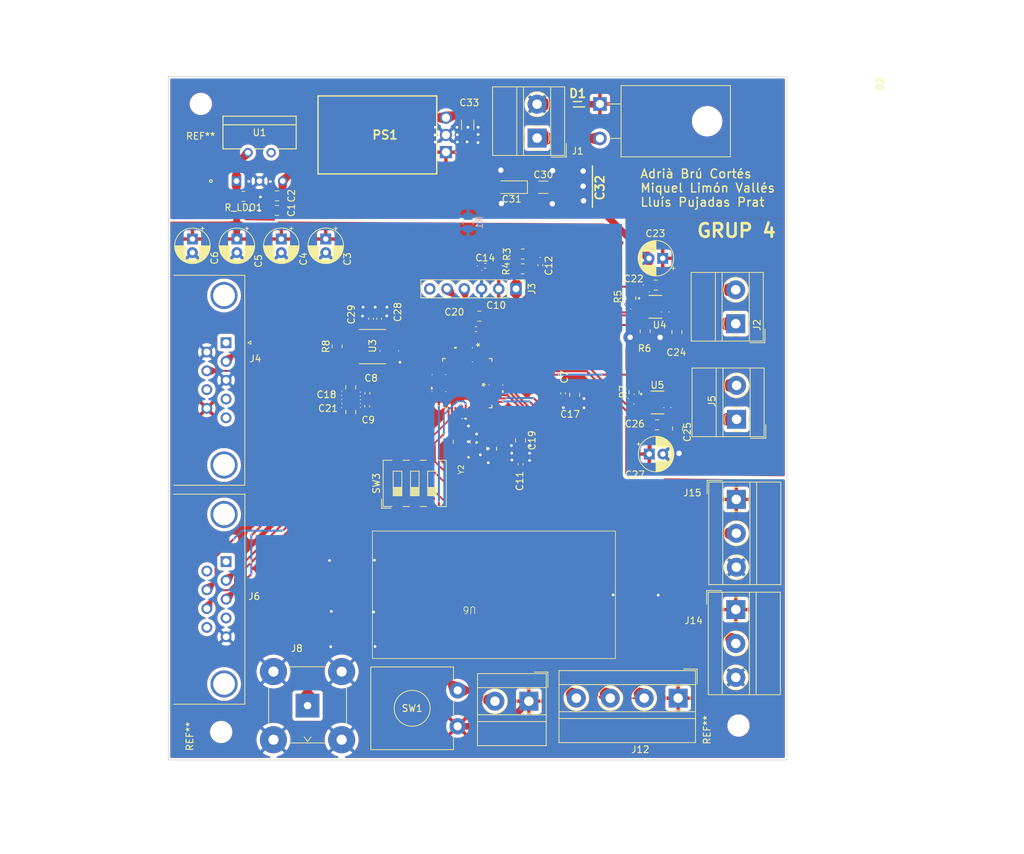
<source format=kicad_pcb>
(kicad_pcb (version 20221018) (generator pcbnew)
  (layers (0 "F.Cu" signal) (31 "B.Cu" signal) (34 "B.Paste" user) (35 "F.Paste" user) (36 "B.SilkS" user "B.Silkscreen") (37 "F.SilkS" user "F.Silkscreen") (38 "B.Mask" user) (39 "F.Mask" user) (44 "Edge.Cuts" user))
  (net 0 "")
  (net 1 "GND")
  (net 2 "/DIGITAL/MCLR_VDD")
  (net 3 "/DIGITAL/clk1i")
  (net 4 "+12V")
  (net 5 "GNDPWR")
  (net 6 "Net-(U4-V18)")
  (net 7 "Net-(U5-V18)")
  (net 8 "+3.3V")
  (net 9 "/DIGITAL/clk2i")
  (net 10 "WIN_OUT1")
  (net 11 "WIN_OUT2")
  (net 12 "{slash}MCLR")
  (net 13 "/PWR IN/pwin")
  (net 14 "PGEDx")
  (net 15 "PGECx")
  (net 18 "CAN_N")
  (net 21 "CAN_P")
  (net 23 "DOOR_OUT1")
  (net 24 "DOOR_OUT2")
  (net 26 "UART_RX")
  (net 27 "UART_TX")
  (net 30 "UART_CLK")
  (net 31 "{slash}UART_CTS")
  (net 33 "LOCK")
  (net 34 "WIN_SW1")
  (net 35 "WIN_SW2")
  (net 36 "WIN_SW3")
  (net 40 "FINAL_CARRERA_UP")
  (net 41 "FINAL_CARRERA_DOWN")
  (net 42 "Net-(U4-ILIM)")
  (net 43 "ISEN_WIN")
  (net 44 "Net-(U5-ILIM)")
  (net 45 "WIN_IN1")
  (net 46 "{slash}FAULT_WIN")
  (net 47 "/DIGITAL/RF_out")
  (net 48 "CAN_RX")
  (net 49 "CAN_TX")
  (net 50 "CAN_SHDN")
  (net 51 "CAN_STB")
  (net 52 "DOOR_IN2")
  (net 53 "DOOR_IN1")
  (net 54 "RFID_RST")
  (net 55 "RFID_OUT")
  (net 56 "RFID_IN")
  (net 57 "WIN_IN2")
  (net 58 "{slash}FAULT_DOOR")
  (net 67 "+5V")
  (footprint "Resistor_SMD:R_0805_2012Metric" (layer "F.Cu") (at 211.0211 103.231839 -90)
    (fp_text reference "R5")
    (fp_text value "100k")
  )
  (footprint "Capacitor_SMD:C_0805_2012Metric" (layer "F.Cu") (at 214.7061 101.289339 180)
    (fp_text reference "C22")
    (fp_text value "1u")
  )
  (footprint "Connector_Coaxial:BNC_TEConnectivity_1478035_Horizontal" (layer "F.Cu") (at 163.38 163.315 180)
    (fp_text reference "J8")
    (fp_text value "RFID_COAX")
  )
  (footprint "Capacitor_SMD:C_0805_2012Metric" (layer "F.Cu") (at 214.892688 121.904573)
    (fp_text reference "C26")
    (fp_text value "1u")
  )
  (footprint "kicad_models:OSC_ECS-3225SMV-080-GP-TR" (layer "F.Cu") (at 186.11 124.41 90)
    (fp_text reference "Y2")
    (fp_text value "ECS-3225SMV-080-GP-TR")
  )
  (footprint "kicad_models:P78032000RS" (layer "F.Cu") (at 183.775 81.69 180)
    (fp_text reference "PS1")
    (fp_text value "P7805-2000R-S" hide)
  )
  (footprint "kicad_models:CAPC7563X400N" (layer "F.Cu") (at 205.37 86.765 180)
    (fp_text reference "C32")
    (fp_text value "22u/50V" hide)
  )
  (footprint "TerminalBlock_MetzConnect:TerminalBlock_MetzConnect_Type011_RT05503HBWC_1x03_P5.00mm_Horizontal" (layer "F.Cu") (at 226.575 132.9 -90)
    (fp_text reference "J15")
    (fp_text value "FINAL_CARRERA_DOWN")
  )
  (footprint "Capacitor_SMD:C_0402_1005Metric" (layer "F.Cu") (at 172.75 106.25 90)
    (fp_text reference "C29")
    (fp_text value "1u")
  )
  (footprint "kicad_models:MAX22201ATC_" (layer "F.Cu") (at 214.962688 118.609573)
    (fp_text reference "U5")
    (fp_text value "MAX22201ATC+")
  )
  (footprint "Package_TO_SOT_THT:TO-220F-2_Horizontal_TabDown" (layer "F.Cu") (at 206.475 74.585 -90)
    (fp_text reference "D2")
    (fp_text value "BYV10MX-600PQ")
  )
  (footprint "TerminalBlock_MetzConnect:TerminalBlock_MetzConnect_Type011_RT05502HBWC_1x02_P5.00mm_Horizontal" (layer "F.Cu") (at 226.612688 121.084573 90)
    (fp_text reference "J5")
    (fp_text value "OUT_DOOR")
  )
  (footprint "TerminalBlock_MetzConnect:TerminalBlock_MetzConnect_Type011_RT05503HBWC_1x03_P5.00mm_Horizontal" (layer "F.Cu") (at 226.5 149.15 -90)
    (fp_text reference "J14")
    (fp_text value "FINAL_CARRERA_UP")
  )
  (footprint "Capacitor_SMD:C_0805_2012Metric" (layer "F.Cu") (at 217.8161 108.234339 -90)
    (fp_text reference "C24")
    (fp_text value "1u")
  )
  (footprint "Connector_Dsub:DSUB-9_Male_Horizontal_P2.77x2.84mm_EdgePinOffset4.94mm_Housed_MountingHolesOffset7.48mm" (layer "F.Cu") (at 151.37 109.785 -90)
    (fp_text reference "J4")
    (fp_text value "CAN")
  )
  (footprint "kicad_models:SODFL1608X65N" (layer "F.Cu") (at 203.17 74.625 180)
    (fp_text reference "D1")
    (fp_text value "DDZ9699T-7 " hide)
  )
  (footprint "Capacitor_SMD:C_0805_2012Metric" (layer "F.Cu") (at 169.75 116.375 -90)
    (fp_text reference "C18")
    (fp_text value "4.7u")
  )
  (footprint "Capacitor_SMD:C_0805_2012Metric" (layer "F.Cu") (at 169.75 120.025 90)
    (fp_text reference "C21")
    (fp_text value "4.7u")
  )
  (footprint "Capacitor_SMD:C_0805_2012Metric" (layer "F.Cu") (at 202.75 117.475 -90)
    (fp_text reference "C17")
    (fp_text value "4.7u")
  )
  (footprint "kicad_models:ASZKDV_ABR" (layer "F.Cu") (at 190.512 125.41)
    (fp_text reference "Y1" hide)
    (fp_text value "ASZKDV-32.768KHZ-L-T3" hide)
  )
  (footprint "Capacitor_SMD:C_0805_2012Metric" (layer "F.Cu") (at 217.922688 122.444573 -90)
    (fp_text reference "C25")
    (fp_text value "1u")
  )
  (footprint "Capacitor_Tantalum_SMD:CP_EIA-3216-18_Kemet-A" (layer "F.Cu") (at 193.475 86.855 180)
    (fp_text reference "C31")
    (fp_text value "1u")
  )
  (footprint "Capacitor_SMD:C_0805_2012Metric" (layer "F.Cu") (at 194.78 124.19 -90)
    (fp_text reference "C19")
    (fp_text value "4.7u")
  )
  (footprint "Capacitor_SMD:C_0402_1005Metric" (layer "F.Cu") (at 188.21 107.78)
    (fp_text reference "C10")
    (fp_text value "0.1u")
  )
  (footprint "TerminalBlock_MetzConnect:TerminalBlock_MetzConnect_Type011_RT05502HBWC_1x02_P5.00mm_Horizontal" (layer "F.Cu") (at 196 162.66 180)
    (fp_text reference "J10" hide)
    (fp_text value "DOOR_LCK")
  )
  (footprint "Capacitor_THT:CP_Radial_D5.0mm_P2.00mm" (layer "F.Cu") (at 146.41 94.5 -90)
    (fp_text reference "C6")
    (fp_text value "47u")
  )
  (footprint "Resistor_SMD:R_0805_2012Metric" (layer "F.Cu") (at 213.1461 108.094339 -90)
    (fp_text reference "R6")
    (fp_text value "33k")
  )
  (footprint "Connector_PinHeader_2.54mm:PinHeader_1x06_P2.54mm_Vertical" (layer "F.Cu") (at 194.1 101.85 -90)
    (fp_text reference "J3")
    (fp_text value "ICSP")
  )
  (footprint "TerminalBlock_MetzConnect:TerminalBlock_MetzConnect_Type011_RT05502HBWC_1x02_P5.00mm_Horizontal" (layer "F.Cu") (at 226.4861 106.989339 90)
    (fp_text reference "J2")
    (fp_text value "OUT_WIN")
  )
  (footprint "Capacitor_SMD:C_0805_2012Metric" (layer "F.Cu") (at 158.858979 90.281793 180)
    (fp_text reference "C1")
    (fp_text value "1u")
  )
  (footprint "Capacitor_SMD:C_1206_3216Metric" (layer "F.Cu") (at 186.975 77.65 -90)
    (fp_text reference "C33")
    (fp_text value "22u/10V")
  )
  (footprint "Resistor_SMD:R_0805_2012Metric" (layer "F.Cu") (at 195.09 98.9)
    (fp_text reference "R4")
    (fp_text value "1k")
  )
  (footprint "Capacitor_SMD:C_0402_1005Metric" (layer "F.Cu") (at 172.175 119.15 -90)
    (fp_text reference "C9")
    (fp_text value "0.1u")
  )
  (footprint "kicad_models:PIC32MK0256MCJ048-I-Y8X_MCH" (layer "F.Cu") (at 186.9173 115.759999 -90)
    (fp_text reference "U2" hide)
    (fp_text value "PIC32MK0256MCJ048-I/Y8X" hide)
  )
  (footprint "Resistor_SMD:R_0805_2012Metric" (layer "F.Cu") (at 211.502688 117.084573 -90)
    (fp_text reference "R7")
    (fp_text value "100k")
  )
  (footprint "Capacitor_SMD:C_0402_1005Metric" (layer "F.Cu") (at 197.68097 98.364329 90)
    (fp_text reference "C12")
    (fp_text value "0.1u")
  )
  (footprint "Connector_Dsub:DSUB-9_Male_Horizontal_P2.77x2.84mm_EdgePinOffset4.94mm_Housed_MountingHolesOffset7.48mm" (layer "F.Cu") (at 151.375331 142.08 -90)
    (fp_text reference "J6")
    (fp_text value "USART")
  )
  (footprint "Button_Switch_THT:SW_CW_GPTS203211B" (layer "F.Cu") (at 185.5 166.36 180)
    (fp_text reference "SW1")
    (fp_text value "DOOR_LCK")
  )
  (footprint "Capacitor_SMD:C_0402_1005Metric" (layer "F.Cu") (at 194.78 127.715 90)
    (fp_text reference "C11")
    (fp_text value "0.1u")
  )
  (footprint "Capacitor_SMD:C_0805_2012Metric" (layer "F.Cu") (at 188.69 105.87)
    (fp_text reference "C20")
    (fp_text value "4.7u")
  )
  (footprint "Resistor_SMD:R_0805_2012Metric_Pad1.20x1.40mm_HandSolder" (layer "F.Cu") (at 153.930379 88.206793 180)
    (fp_text reference "R_LDO1")
    (fp_text value "330" hide)
  )
  (footprint "Capacitor_SMD:C_0402_1005Metric" (layer "F.Cu") (at 189.56 98.44)
    (fp_text reference "C14")
    (fp_text value "100n")
  )
  (footprint "Button_Switch_SMD:SW_DIP_SPSTx03_Slide_6.7x9.18mm_W8.61mm_P2.54mm_LowProfile" (layer "F.Cu") (at 179.18 130.54 90)
    (fp_text reference "SW3")
    (fp_text value "WIN_SW")
  )
  (footprint "Capacitor_THT:CP_Radial_D5.0mm_P2.00mm" (layer "F.Cu") (at 159.51 94.5 -90)
    (fp_text reference "C4")
    (fp_text value "47u")
  )
  (footprint "MountingHole:MountingHole_3.2mm_M3" (layer "F.Cu") (at 150.65 167.2)
    (fp_text reference "REF**")
    (fp_text value "MountingHole_3.2mm_M3" hide)
  )
  (footprint "kicad_models:LT1528CT#PBF" (layer "F.Cu") (at 152.904286 85.947086)
    (fp_text reference "U1")
    (fp_text value "LT1528CT-PBF")
  )
  (footprint "Capacitor_SMD:C_0805_2012Metric" (layer "F.Cu") (at 158.883979 88.131793 180)
    (fp_text reference "C2")
    (fp_text value "100n" hide)
  )
  (footprint "MountingHole:MountingHole_3.2mm_M3" (layer "F.Cu") (at 226.9 166.25)
    (fp_text reference "REF**")
    (fp_text value "MountingHole_3.2mm_M3" hide)
  )
  (footprint "DLP-RFID2:DLP-RFID2" (layer "F.Cu") (at 190.79 147.83 180)
    (fp_text reference "U6")
    (fp_text value "~")
  )
  (footprint "Capacitor_THT:CP_Radial_D5.0mm_P2.00mm" (layer "F.Cu") (at 215.7261 97.339339 180)
    (fp_text reference "C23")
    (fp_text value "47u")
  )
  (footprint "Capacitor_SMD:C_1206_3216Metric" (layer "F.Cu") (at 198.14 86.865)
    (fp_text reference "C30")
    (fp_text value "10n")
  )
  (footprint "Resistor_SMD:R_0805_2012Metric" (layer "F.Cu") (at 167.75 110.3325 90)
    (fp_text reference "R8")
    (fp_text value "120")
  )
  (footprint "TerminalBlock_MetzConnect:TerminalBlock_MetzConnect_Type011_RT05504HBWC_1x04_P5.00mm_Horizontal" (layer "F.Cu") (at 218 162.21 180)
    (fp_text reference "J12")
    (fp_text value "WIN_SW")
  )
  (footprint "Capacitor_SMD:C_0402_1005Metric" (layer "F.Cu") (at 201.05 117.275 -90)
    (fp_text reference "C7")
    (fp_text value "0.1u")
  )
  (footprint "Capacitor_THT:CP_Radial_D5.0mm_P2.00mm" (layer "F.Cu") (at 152.96 94.5 -90)
    (fp_text reference "C5")
    (fp_text value "47u")
  )
  (footprint "TerminalBlock_MetzConnect:TerminalBlock_MetzConnect_Type011_RT05502HBWC_1x02_P5.00mm_Horizontal" (layer "F.Cu") (at 197.215 79.615 90)
    (fp_text reference "J1")
    (fp_text value "PowerIN")
  )
  (footprint "Capacitor_THT:CP_Radial_D5.0mm_P2.00mm" (layer "F.Cu") (at 166.06 94.5 -90)
    (fp_text reference "C3")
    (fp_text value "47u")
  )
  (footprint "MountingHole:MountingHole_3.2mm_M3" (layer "F.Cu") (at 147.65 74.575)
    (fp_text reference "REF**")
    (fp_text value "MountingHole_3.2mm_M3" hide)
  )
  (footprint "kicad_models:MAX22201ATC_" (layer "F.Cu") (at 214.6479 104.494339)
    (fp_text reference "U4")
    (fp_text value "MAX22201ATC+" hide)
  )
  (footprint "Resistor_SMD:R_0805_2012Metric" (layer "F.Cu") (at 195.09 96.71 180)
    (fp_text reference "R3")
    (fp_text value "10k")
  )
  (footprint "Capacitor_SMD:C_0402_1005Metric" (layer "F.Cu") (at 172.2 117.25 -90)
    (fp_text reference "C8")
    (fp_text value "0.1u")
  )
  (footprint "Capacitor_THT:CP_Radial_D5.0mm_P2.00mm" (layer "F.Cu") (at 213.742688 126.214573)
    (fp_text reference "C27")
    (fp_text value "47u")
  )
  (footprint "kicad_models:TCAN3413DR" (layer "F.Cu") (at 172.955 110.37 180)
    (fp_text reference "U3")
    (fp_text value "TCAN334D")
  )
  (footprint "Capacitor_SMD:C_0402_1005Metric" (layer "F.Cu") (at 173.925 106.25 -90)
    (fp_text reference "C28")
    (fp_text value "100n")
  )
  (footprint "Resistor_SMD:R_0805_2012Metric" (layer "B.Cu") (at 187.05 92.075 90)
    (fp_text reference "R1")
    (fp_text value "0")
  )
  (gr_rect (start 142.856819 70.533853) (end 234.021819 171.318853) (stroke (width 0.1)) (fill none) (layer "Edge.Cuts"))
  (gr_text "Adrià Brú Cortés\nMiquel Limón Vallés\nLluís Pujadas Prat" (at 212.325 89.825) (layer "F.SilkS") (effects (font (size 1.3 1.3) (thickness 0.2) bold) (justify left bottom)))
  (gr_text "GRUP 4" (at 220.575 94.425) (layer "F.SilkS") (effects (font (size 2 2) (thickness 0.4) bold) (justify left bottom)))
  (segment (start 187.667301 112.607301) (end 187.667301 111.581699) (width 0.3) (layer "F.Cu") (net 1))
  (segment (start 188.01 108.44) (end 187.67 108.78) (width 0.3) (layer "F.Cu") (net 1))
  (segment (start 166.62 141.91) (end 166.65 141.88) (width 0.3) (layer "F.Cu") (net 1))
  (segment (start 191.105601 116.02) (end 191.0956 116.009999) (width 0.3) (layer "F.Cu") (net 1))
  (segment (start 187.06 123.26) (end 188.3 123.26) (width 0.3) (layer "F.Cu") (net 1))
  (segment (start 181.74 114.51) (end 182.739 114.509999) (width 0.3) (layer "F.Cu") (net 1))
  (segment (start 176.805 111.005) (end 175.425 111.005) (width 0.5) (layer "F.Cu") (net 1))
  (segment (start 190.004 126.3117) (end 190.004 127.48095) (width 0.3) (layer "F.Cu") (net 1))
  (segment (start 187.67 112.61) (end 187.667301 112.607301) (width 0.3) (layer "F.Cu") (net 1))
  (segment (start 189.64 106.83) (end 188.69 107.78) (width 0.3) (layer "F.Cu") (net 1))
  (segment (start 187.06 124.362998) (end 187.06 123.26) (width 0.3) (layer "F.Cu") (net 1))
  (segment (start 187.08 124.382998) (end 187.06 124.362998) (width 0.3) (layer "F.Cu") (net 1))
  (segment (start 166.79 154.62) (end 166.83 154.58) (width 0.3) (layer "F.Cu") (net 1))
  (segment (start 182.739 117.009999) (end 183.74 117.01) (width 0.3) (layer "F.Cu") (net 1))
  (segment (start 191.0956 116.009999) (end 190.150001 116.009999) (width 0.3) (layer "F.Cu") (net 1))
  (segment (start 190.004 126.3117) (end 188.86735 126.3117) (width 0.3) (layer "F.Cu") (net 1))
  (segment (start 173.21 141.88) (end 169.99 141.88) (width 0.3) (layer "F.Cu") (net 1))
  (segment (start 173.23 141.86) (end 173.21 141.88) (width 0.3) (layer "F.Cu") (net 1))
  (segment (start 187.67 108.78) (end 187.67 110.53) (width 0.3) (layer "F.Cu") (net 1))
  (segment (start 173.33 154.59) (end 173.32 154.58) (width 0.3) (layer "F.Cu") (net 1))
  (segment (start 186.167299 120.977299) (end 186.17 120.98) (width 0.3) (layer "F.Cu") (net 1))
  (segment (start 189.08 98.44) (end 189.08 97.75) (width 0.3) (layer "F.Cu") (net 1))
  (segment (start 166.89 149.42) (end 166.97 149.5) (width 0.3) (layer "F.Cu") (net 1))
  (segment (start 214.99 146.96) (end 211.69 146.96) (width 0.3) (layer "F.Cu") (net 1))
  (segment (start 187.67 110.53) (end 187.667301 110.532699) (width 0.3) (layer "F.Cu") (net 1))
  (segment (start 166.83 154.58) (end 169.99 154.58) (width 0.3) (layer "F.Cu") (net 1))
  (segment (start 198.42847 97.884329) (end 197.68097 97.884329) (width 0.3) (layer "F.Cu") (net 1))
  (segment (start 188.69 107.826846) (end 188.076846 108.44) (width 0.3) (layer "F.Cu") (net 1))
  (segment (start 186.167299 119.938299) (end 186.167299 120.977299) (width 0.3) (layer "F.Cu") (net 1))
  (segment (start 188.42 98.44) (end 188.41 98.45) (width 0.3) (layer "F.Cu") (net 1))
  (segment (start 188.69 107.78) (end 188.69 107.826846) (width 0.3) (layer "F.Cu") (net 1))
  (segment (start 187.06 123.26) (end 187.06 122.11) (width 0.3) (layer "F.Cu") (net 1))
  (segment (start 166.65 141.88) (end 169.99 141.88) (width 0.3) (layer "F.Cu") (net 1))
  (segment (start 215.06 147.03) (end 214.99 146.96) (width 0.3) (layer "F.Cu") (net 1))
  (segment (start 166.97 149.5) (end 169.99 149.5) (width 0.3) (layer "F.Cu") (net 1))
  (segment (start 173.32 154.58) (end 169.99 154.58) (width 0.3) (layer "F.Cu") (net 1))
  (segment (start 189.08 98.44) (end 188.42 98.44) (width 0.3) (layer "F.Cu") (net 1))
  (segment (start 190.150001 116.009999) (end 190.14 116.02) (width 0.3) (layer "F.Cu") (net 1))
  (segment (start 187.06 122.11) (end 187.1 122.07) (width 0.3) (layer "F.Cu") (net 1))
  (segment (start 192.16 116.02) (end 191.105601 116.02) (width 0.3) (layer "F.Cu") (net 1))
  (segment (start 173.11 149.5) (end 169.99 149.5) (width 0.3) (layer "F.Cu") (net 1))
  (segment (start 208.44 146.96) (end 208.425 146.975) (width 0.3) (layer "F.Cu") (net 1))
  (segment (start 186.167299 119.217299) (end 185.95 119) (width 0.3) (layer "F.Cu") (net 1))
  (segment (start 190.004 127.48095) (end 190.01605 127.493) (width 0.3) (layer "F.Cu") (net 1))
  (segment (start 189.64 105.87) (end 189.64 106.83) (width 0.3) (layer "F.Cu") (net 1))
  (segment (start 182.739 117.009999) (end 181.71 117.01) (width 0.3) (layer "F.Cu") (net 1))
  (segment (start 190.004 125.42505) (end 190.01605 125.413) (width 0.3) (layer "F.Cu") (net 1))
  (segment (start 187.667301 110.532699) (end 187.667301 111.581699) (width 0.3) (layer "F.Cu") (net 1))
  (segment (start 186.167299 119.938299) (end 186.167299 119.217299) (width 0.3) (layer "F.Cu") (net 1))
  (segment (start 174.08 111.005) (end 175.425 111.005) (width 0.5) (layer "F.Cu") (net 1))
  (segment (start 211.69 146.96) (end 208.44 146.96) (width 0.3) (layer "F.Cu") (net 1))
  (segment (start 183.75 114.51) (end 182.739 114.509999) (width 0.3) (layer "F.Cu") (net 1))
  (segment (start 173.13 149.52) (end 173.11 149.5) (width 0.3) (layer "F.Cu") (net 1))
  (segment (start 197.68097 97.201829) (end 197.68097 97.884329) (width 0.3) (layer "F.Cu") (net 1))
  (segment (start 189.08 98.44) (end 189.08 99.13) (width 0.3) (layer "F.Cu") (net 1))
  (segment (start 188.076846 108.44) (end 188.01 108.44) (width 0.3) (layer "F.Cu") (net 1))
  (segment (start 190.004 126.3117) (end 190.004 125.42505) (width 0.3) (layer "F.Cu") (net 1))
  (via (at 188.3 123.26) (size 0.8) (drill 0.4) (layers "F.Cu" "B.Cu") (net 1))
  (via (at 171.575 104.55) (size 0.8) (drill 0.4) (layers "F.Cu" "B.Cu") (net 1))
  (via (at 190.01605 125.413) (size 0.8) (drill 0.4) (layers "F.Cu" "B.Cu") (net 1))
  (via (at 187.08 124.382998) (size 0.8) (drill 0.4) (layers "F.Cu" "B.Cu") (net 1))
  (via (at 174.08 111.005) (size 0.3) (drill 0.15) (layers "F.Cu" "B.Cu") (net 1))
  (via (at 190.14 116.02) (size 0.3) (drill 0.15) (layers "F.Cu" "B.Cu") (net 1))
  (via (at 175.05 105.825) (size 0.8) (drill 0.4) (layers "F.Cu" "B.Cu") (net 1))
  (via (at 187.1 122.07) (size 0.8) (drill 0.4) (layers "F.Cu" "B.Cu") (net 1))
  (via (at 171.175 118.175) (size 0.3) (drill 0.15) (layers "F.Cu" "B.Cu") (net 1))
  (via (at 181.74 114.51) (size 0.3) (drill 0.15) (layers "F.Cu" "B.Cu") (net 1))
  (via (at 173.35 104.55) (size 0.8) (drill 0.4) (layers "F.Cu" "B.Cu") (net 1))
  (via (at 183.75 114.51) (size 0.3) (drill 0.15) (layers "F.Cu" "B.Cu") (net 1))
  (via (at 193.5 127.08) (size 0.8) (drill 0.4) (layers "F.Cu" "B.Cu") (net 1))
  (via (at 176.805 111.005) (size 0.3) (drill 0.15) (layers "F.Cu" "B.Cu") (net 1))
  (via (at 189.08 97.75) (size 0.3) (drill 0.15) (layers "F.Cu" "B.Cu") (net 1))
  (via (at 166.62 141.91) (size 0.8) (drill 0.4) (layers "F.Cu" "B.Cu") (net 1))
  (via (at 168.45 118.775) (size 0.3) (drill 0.15) (layers "F.Cu" "B.Cu") (net 1))
  (via (at 204.125 118.025) (size 0.8) (drill 0.4) (layers "F.Cu" "B.Cu") (net 1))
  (via (at 187.67 110.53) (size 0.3) (drill 0.15) (layers "F.Cu" "B.Cu") (net 1))
  (via (at 208.425 146.975) (size 0.8) (drill 0.4) (layers "F.Cu" "B.Cu") (net 1))
  (via (at 188.84605 126.333) (size 0.8) (drill 0.4) (layers "F.Cu" "B.Cu") (net 1))
  (via (at 166.89 149.42) (size 0.8) (drill 0.4) (layers "F.Cu" "B.Cu") (net 1))
  (via (at 186.17 120.98) (size 0.3) (drill 0.15) (layers "F.Cu" "B.Cu") (net 1))
  (via (at 196.105 126.09) (size 0.8) (drill 0.4) (layers "F.Cu" "B.Cu") (net 1))
  (via (at 171.475 105.875) (size 0.8) (drill 0.4) (layers "F.Cu" "B.Cu") (net 1))
  (via (at 171.15 117.075) (size 0.3) (drill 0.15) (layers "F.Cu" "B.Cu") (net 1))
  (via (at 197.68097 97.201829) (size 0.3) (drill 0.15) (layers "F.Cu" "B.Cu") (net 1))
  (via (at 171.175 118.725) (size 0.3) (drill 0.15) (layers "F.Cu" "B.Cu") (net 1))
  (via (at 198.42847 97.884329) (size 0.3) (drill 0.15) (layers "F.Cu" "B.Cu") (net 1))
  (via (at 175.075 104.55) (size 0.8) (drill 0.4) (layers "F.Cu" "B.Cu") (net 1))
  (via (at 171.15 117.675) (size 0.3) (drill 0.15) (layers "F.Cu" "B.Cu") (net 1))
  (via (at 204.125 119.4) (size 0.8) (drill 0.4) (layers "F.Cu" "B.Cu") (net 1))
  (via (at 193.48 126.09) (size 0.8) (drill 0.4) (layers "F.Cu" "B.Cu") (net 1))
  (via (at 183.74 117.01) (size 0.3) (drill 0.15) (layers "F.Cu" "B.Cu") (net 1))
  (via (at 168.425 116.925) (size 0.3) (drill 0.15) (layers "F.Cu" "B.Cu") (net 1))
  (via (at 185.95 119) (size 0.3) (drill 0.15) (layers "F.Cu" "B.Cu") (net 1))
  (via (at 196.18 124.965) (size 0.8) (drill 0.4) (layers "F.Cu" "B.Cu") (net 1))
  (via (at 173.23 141.86) (size 0.8) (drill 0.4) (layers "F.Cu" "B.Cu") (net 1))
  (via (at 201.075 119.375) (size 0.8) (drill 0.4) (layers "F.Cu" "B.Cu") (net 1))
  (via (at 166.79 154.62) (size 0.8) (drill 0.4) (layers "F.Cu" "B.Cu") (net 1))
  (via (at 168.425 118.125) (size 0.3) (drill 0.15) (layers "F.Cu" "B.Cu") (net 1))
  (via (at 171.173927 119.35) (size 0.3) (drill 0.15) (layers "F.Cu" "B.Cu") (net 1))
  (via (at 193.43 124.965) (size 0.8) (drill 0.4) (layers "F.Cu" "B.Cu") (net 1))
  (via (at 192.16 116.02) (size 0.3) (drill 0.15) (layers "F.Cu" "B.Cu") (net 1))
  (via (at 168.4 117.575) (size 0.3) (drill 0.15) (layers "F.Cu" "B.Cu") (net 1))
  (via (at 187.67 112.61) (size 0.3) (drill 0.15) (layers "F.Cu" "B.Cu") (net 1))
  (via (at 190.01605 127.493) (size 0.8) (drill 0.4) (layers "F.Cu" "B.Cu") (net 1))
  (via (at 215.06 147.03) (size 0.8) (drill 0.4) (layers "F.Cu" "B.Cu") (net 1))
  (via (at 196.105 127.165) (size 0.8) (drill 0.4) (layers "F.Cu" "B.Cu") (net 1))
  (via (at 173.13 149.52) (size 0.8) (drill 0.4) (layers "F.Cu" "B.Cu") (net 1))
  (via (at 189.08 99.13) (size 0.3) (drill 0.15) (layers "F.Cu" "B.Cu") (net 1))
  (via (at 188.41 98.45) (size 0.3) (drill 0.15) (layers "F.Cu" "B.Cu") (net 1))
  (via (at 168.4 119.375) (size 0.3) (drill 0.15) (layers "F.Cu" "B.Cu") (net 1))
  (via (at 181.71 117.01) (size 0.3) (drill 0.15) (layers "F.Cu" "B.Cu") (net 1))
  (via (at 173.33 154.59) (size 0.8) (drill 0.4) (layers "F.Cu" "B.Cu") (net 1))
  (segment (start 196.00347 96.724329) (end 196.00347 98.844329) (width 0.25) (layer "F.Cu") (net 2))
  (segment (start 196.00347 98.844329) (end 197.68097 98.844329) (width 0.25) (layer "F.Cu") (net 2))
  (segment (start 185.167301 123.252699) (end 185.16 123.26) (width 0.25) (layer "F.Cu") (net 3))
  (segment (start 185.167301 119.938299) (end 185.167301 123.252699) (width 0.25) (layer "F.Cu") (net 3))
  (segment (start 196.655 86.875) (end 196.665 86.865) (width 1) (layer "F.Cu") (net 4))
  (segment (start 213.942688 126.014573) (end 213.742688 126.214573) (width 0.3) (layer "F.Cu") (net 4))
  (segment (start 215.7261 101.219339) (end 215.6561 101.289339) (width 0.3) (layer "F.Cu") (net 4))
  (segment (start 218.622688 104.244339) (end 216.1211 104.244339) (width 0.3) (layer "F.Cu") (net 4))
  (segment (start 213.942688 121.904573) (end 213.942688 126.014573) (width 0.3) (layer "F.Cu") (net 4))
  (segment (start 216.435888 118.359573) (end 219.222688 118.359573) (width 0.3) (layer "F.Cu") (net 4))
  (segment (start 215.741213 101.204226) (end 215.6561 101.289339) (width 0.3) (layer "F.Cu") (net 4))
  (segment (start 215.7261 97.339339) (end 215.7261 101.219339) (width 0.3) (layer "F.Cu") (net 4))
  (segment (start 203.945 74.625) (end 206.435 74.625) (width 1) (layer "F.Cu") (net 4))
  (segment (start 216.1211 105.24434) (end 215.531099 105.24434) (width 0.3) (layer "F.Cu") (net 5))
  (segment (start 205.255 88.855) (end 213.7261 97.3261) (width 1) (layer "F.Cu") (net 5))
  (segment (start 210.9261 108.989339) (end 213.1286 108.989339) (width 1) (layer "F.Cu") (net 5))
  (segment (start 211.502688 117.997073) (end 211.502688 117.369573) (width 0.3) (layer "F.Cu") (net 5))
  (segment (start 210.197688 104.144339) (end 211.0211 104.144339) (width 0.3) (layer "F.Cu") (net 5))
  (segment (start 213.1747 104.244339) (end 211.3711 104.244339) (width 0.3) (layer "F.Cu") (net 5))
  (segment (start 199.6 86.85) (end 199.615 86.865) (width 1) (layer "F.Cu") (net 5))
  (segment (start 211.502688 118.839573) (end 211.497688 118.844573) (width 0.3) (layer "F.Cu") (net 5))
  (segment (start 213.1486 109.009339) (end 213.1461 109.006839) (width 0.3) (layer "F.Cu") (net 5))
  (segment (start 211.502688 117.997073) (end 211.865188 118.359573) (width 0.3) (layer "F.Cu") (net 5))
  (segment (start 211.0211 104.819573) (end 211.0211 104.144339) (width 0.3) (layer "F.Cu") (net 5))
  (segment (start 213.7261 97.339339) (end 213.7261 101.259339) (width 0.3) (layer "F.Cu") (net 5))
  (segment (start 213.1286 108.989339) (end 213.1461 109.006839) (width 0.3) (layer "F.Cu") (net 5))
  (segment (start 215.907687 119.359574) (end 215.897688 119.369573) (width 0.3) (layer "F.Cu") (net 5))
  (segment (start 216.1211 105.24434) (end 216.622455 105.24434) (width 0.3) (layer "F.Cu") (net 5))
  (segment (start 186.715 79.55) (end 187.05 79.55) (width 0.3) (layer "F.Cu") (net 5))
  (segment (start 217.6411 109.009339) (end 217.8161 109.184339) (width 0.3) (layer "F.Cu") (net 5))
  (segment (start 216.435888 119.359574) (end 215.907687 119.359574) (width 0.3) (layer "F.Cu") (net 5))
  (segment (start 215.842688 121.904573) (end 215.822688 121.884573) (width 0.3) (layer "F.Cu") (net 5))
  (segment (start 211.502688 117.997073) (end 211.502688 118.839573) (width 0.3) (layer "F.Cu") (net 5))
  (segment (start 213.7261 101.259339) (end 213.7561 101.289339) (width 0.3) (layer "F.Cu") (net 5))
  (segment (start 213.740987 97.354226) (end 213.7261 97.339339) (width 0.3) (layer "F.Cu") (net 5))
  (segment (start 210.9436 109.006839) (end 210.9261 108.989339) (width 0.3) (layer "F.Cu") (net 5))
  (segment (start 212.8461 101.289339) (end 212.8411 101.284339) (width 0.3) (layer "F.Cu") (net 5))
  (segment (start 215.531099 105.24434) (end 215.5161 105.259339) (width 0.3) (layer "F.Cu") (net 5))
  (segment (start 213.7561 101.289339) (end 212.8461 101.289339) (width 0.3) (layer "F.Cu") (net 5))
  (segment (start 213.7561 101.289339) (end 213.7561 102.269339) (width 0.3) (layer "F.Cu") (net 5))
  (segment (start 204.06 88.855) (end 205.255 88.855) (width 1) (layer "F.Cu") (net 5))
  (segment (start 215.3436 109.006839) (end 215.3461 109.009339) (width 0.3) (layer "F.Cu") (net 5))
  (segment (start 215.3461 109.009339) (end 213.1486 109.009339) (width 1) (layer "F.Cu") (net 5))
  (segment (start 202.395 74.625) (end 197.225 74.625) (width 1) (layer "F.Cu") (net 5))
  (segment (start 216.922688 119.359574) (end 216.435888 119.359574) (width 0.3) (layer "F.Cu") (net 5))
  (segment (start 215.3461 109.009339) (end 217.6411 109.009339) (width 0.3) (layer "F.Cu") (net 5))
  (segment (start 202.11 86.765) (end 202.11 86.365) (width 1) (layer "F.Cu") (net 5))
  (segment (start 216.622455 105.24434) (end 216.622688 105.244573) (width 0.3) (layer "F.Cu") (net 5))
  (segment (start 211.695188 118.359573) (end 211.502688 118.167073) (width 0.3) (layer "F.Cu") (net 5))
  (segment (start 213.7561 102.269339) (end 213.7411 102.284339) (width 0.3) (layer "F.Cu") (net 5))
  (segment (start 211.865188 118.359573) (end 213.489488 118.359573) (width 0.3) (layer "F.Cu") (net 5))
  (segment (start 210.597688 117.997073) (end 211.502688 117.997073) (width 0.3) (layer "F.Cu") (net 5))
  (segment (start 213.7261 97.3261) (end 213.7261 97.339339) (width 1) (layer "F.Cu") (net 5))
  (via (at 191.955 89.265) (size 2) (drill 0.8) (layers "F.Cu" "B.Cu") (net 5))
  (via (at 156.3 90.3) (size 0.8) (drill 0.4) (layers "F.Cu" "B.Cu") (net 5))
  (via (at 211.0211 104.819573) (size 0.3) (drill 0.15) (layers "F.Cu" "B.Cu") (net 5))
  (via (at 156.425 88.3) (size 0.8) (drill 0.4) (layers "F.Cu" "B.Cu") (net 5))
  (via (at 204.06 88.855) (size 2) (drill 0.8) (layers "F.Cu" "B.Cu") (net 5))
  (via (at 182.2 80.2) (size 0.8) (drill 0.4) (layers "F.Cu" "B.Cu") (net 5))
  (via (at 210.9261 108.989339) (size 2) (drill 0.8) (layers "F.Cu" "B.Cu") (net 5))
  (via (at 218.132688 126.104573) (size 2) (drill 0.8) (layers "F.Cu" "B.Cu") (net 5))
  (via (at 204 84.475) (size 2) (drill 0.8) (layers "F.Cu" "B.Cu") (net 5))
  (via (at 215.3461 109.009339) (size 2) (drill 0.8) (layers "F.Cu" "B.Cu") (net 5))
  (via (at 188.525 78.025) (size 0.8) (drill 0.4) (layers "F.Cu" "B.Cu") (net 5))
  (via (at 185.4 78.025) (size 0.8) (drill 0.4) (layers "F.Cu" "B.Cu") (net 5))
  (via (at 191.865 84.345) (size 2) (drill 0.8) (layers "F.Cu" "B.Cu") (net 5))
  (via (at 185.45 80.2) (size 0.8) (drill 0.4) (layers "F.Cu" "B.Cu") (net 5))
  (via (at 204 86.705) (size 2) (drill 0.8) (layers "F.Cu" "B.Cu") (net 5))
  (via (at 210.597688 117.997073) (size 0.3) (drill 0.15) (layers "F.Cu" "B.Cu") (net 5))
  (via (at 188.5 80.275) (size 0.8) (drill 0.4) (layers "F.Cu" "B.Cu") (net 5))
  (via (at 215.897688 119.369573) (size 0.3) (drill 0.15) (layers "F.Cu" "B.Cu") (net 5))
  (via (at 211.497688 118.844573) (size 0.3) (drill 0.15) (layers "F.Cu" "B.Cu") (net 5))
  (via (at 216.922688 119.359574) (size 0.3) (drill 0.15) (layers "F.Cu" "B.Cu") (net 5))
  (via (at 210.197688 104.144339) (size 0.3) (drill 0.15) (layers "F.Cu" "B.Cu") (net 5))
  (via (at 182.175 79.15) (size 0.8) (drill 0.4) (layers "F.Cu" "B.Cu") (net 5))
  (via (at 186.9 80.175) (size 0.8) (drill 0.4) (layers "F.Cu" "B.Cu") (net 5))
  (via (at 213.7411 102.284339) (size 0.3) (drill 0.15) (layers "F.Cu" "B.Cu") (net 5))
  (via (at 216.647688 105.244573) (size 0.3) (drill 0.15) (layers "F.Cu" "B.Cu") (net 5))
  (via (at 182.225 78.025) (size 0.8) (drill 0.4) (layers "F.Cu" "B.Cu") (net 5))
  (via (at 154.7 86) (size 0.8) (drill 0.4) (layers "F.Cu" "B.Cu") (net 5))
  (via (at 154.875 90.275) (size 0.8) (drill 0.4) (layers "F.Cu" "B.Cu") (net 5))
  (via (at 199.455 89.305) (size 2) (drill 0.8) (layers "F.Cu" "B.Cu") (net 5))
  (via (at 157.9 86.025) (size 0.8) (drill 0.4) (layers "F.Cu" "B.Cu") (net 5))
  (via (at 199.495 84.415) (size 2) (drill 0.8) (layers "F.Cu" "B.Cu") (net 5))
  (via (at 187 78.025) (size 0.8) (drill 0.4) (layers "F.Cu" "B.Cu") (net 5))
  (via (at 211.502688 117.369573) (size 0.3) (drill 0.15) (layers "F.Cu" "B.Cu") (net 5))
  (via (at 212.8411 101.284339) (size 0.3) (drill 0.15) (layers "F.Cu" "B.Cu") (net 5))
  (via (at 185.45 79.125) (size 0.8) (drill 0.4) (layers "F.Cu" "B.Cu") (net 5))
  (via (at 215.5161 105.259339) (size 0.3) (drill 0.15) (layers "F.Cu" "B.Cu") (net 5))
  (via (at 188.525 79.075) (size 0.8) (drill 0.4) (layers "F.Cu" "B.Cu") (net 5))
  (segment (start 217.8161 107.284339) (end 217.6611 107.284339) (width 0.25) (layer "F.Cu") (net 6))
  (segment (start 217.6611 107.284339) (end 216.1211 105.744339) (width 0.25) (layer "F.Cu") (net 6))
  (segment (start 216.1211 105.744339) (end 216.5211 105.744339) (width 0.3) (layer "F.Cu") (net 6))
  (segment (start 216.435888 120.007773) (end 217.922688 121.494573) (width 0.3) (layer "F.Cu") (net 7))
  (segment (start 216.435888 119.859573) (end 216.435888 120.007773) (width 0.3) (layer "F.Cu") (net 7))
  (segment (start 181.367818 117.51) (end 181.001409 117.876409) (width 0.3) (layer "F.Cu") (net 8))
  (segment (start 182.739 114.01) (end 179.865 114.01) (width 0.3) (layer "F.Cu") (net 8))
  (segment (start 152.903579 83.458593) (end 154.605379 81.756793) (width 1) (layer "F.Cu") (net 8))
  (segment (start 182.739 114.01) (end 184.88 114.01) (width 0.3) (layer "F.Cu") (net 8))
  (segment (start 152.930379 88.206793) (end 152.930379 94.470379) (width 1) (layer "F.Cu") (net 8))
  (segment (start 187.73 107.78) (end 187.73 105.88) (width 0.3) (layer "F.Cu") (net 8))
  (segment (start 152.930379 94.470379) (end 152.96 94.5) (width 1) (layer "F.Cu") (net 8))
  (segment (start 187.1673 111.581699) (end 187.1673 108.3427) (width 0.3) (layer "F.Cu") (net 8))
  (segment (start 192.3 166.36) (end 185.5 166.36) (width 1) (layer "F.Cu") (net 8))
  (segment (start 184.667299 118.172701) (end 184.67 118.17) (width 0.3) (layer "F.Cu") (net 8))
  (segment (start 187.1673 108.3427) (end 187.73 107.78) (width 0.3) (layer "F.Cu") (net 8))
  (segment (start 191.02 124.5083) (end 191.02 126.3117) (width 0.3) (layer "F.Cu") (net 8))
  (segment (start 152.903579 85.947793) (end 152.903579 83.458593) (width 1) (layer "F.Cu") (net 8))
  (segment (start 191.0956 115.509999) (end 192.575 115.509999) (width 0.3) (layer "F.Cu") (net 8))
  (segment (start 178.725 120.152818) (end 178.725 120.8) (width 0.3) (layer "F.Cu") (net 8))
  (segment (start 181.001409 117.876409) (end 178.725 120.152818) (width 0.3) (layer "F.Cu") (net 8))
  (segment (start 191.0956 115.509999) (end 188.890001 115.509999) (width 0.3) (layer "F.Cu") (net 8))
  (segment (start 145.8714 93.9614) (end 146.41 94.5) (width 0.3) (layer "F.Cu") (net 8))
  (segment (start 182.739002 117.51) (end 181.367818 117.51) (width 0.3) (layer "F.Cu") (net 8))
  (segment (start 191.11605 126.36815) (end 191.0596 126.3117) (width 1) (layer "F.Cu") (net 8))
  (segment (start 152.903579 85.947793) (end 152.903579 87.679993) (width 1) (layer "F.Cu") (net 8))
  (segment (start 179.865 114.01) (end 179.45 114.425) (width 0.3) (layer "F.Cu") (net 8))
  (segment (start 196 162.66) (end 192.3 166.36) (width 1) (layer "F.Cu") (net 8))
  (segment (start 192.575 115.509999) (end 194.140001 115.509999) (width 0.3) (layer "F.Cu") (net 8))
  (segment (start 182.739 117.509998) (end 182.739002 117.51) (width 0.3) (layer "F.Cu") (net 8))
  (segment (start 182.739 117.509998) (end 185.129998 117.509998) (width 0.3) (layer "F.Cu") (net 8))
  (segment (start 184.667299 119.938299) (end 184.667299 118.172701) (width 0.3) (layer "F.Cu") (net 8))
  (segment (start 187.73 105.88) (end 187.74 105.87) (width 0.3) (layer "F.Cu") (net 8))
  (segment (start 189.167301 123.671601) (end 190.004 124.5083) (width 0.25) (layer "F.Cu") (net 9))
  (segment (start 189.167301 119.938299) (end 189.167301 123.671601) (width 0.25) (layer "F.Cu") (net 9))
  (segment (start 217.4911 103.209339) (end 218.7211 101.979339) (width 1) (layer "F.Cu") (net 10))
  (segment (start 217.4911 103.209339) (end 216.956101 103.744338) (width 0.3) (layer "F.Cu") (net 10))
  (segment (start 216.956101 103.744338) (end 216.1211 103.744338) (width 0.3) (layer "F.Cu") (net 10))
  (segment (start 218.7211 101.979339) (end 226.4411 101.979339) (width 1) (layer "F.Cu") (net 10))
  (segment (start 226.4111 107.009339) (end 226.4411 106.979339) (width 1) (layer "F.Cu") (net 11))
  (segment (start 219.61653 107.009339) (end 226.4111 107.009339) (width 1) (layer "F.Cu") (net 11))
  (segment (start 217.91653 105.309339) (end 219.61653 107.009339) (width 1) (layer "F.Cu") (net 11))
  (segment (start 216.1211 104.744339) (end 217.35153 104.744339) (width 0.3) (layer "F.Cu") (net 11))
  (segment (start 217.35153 104.744339) (end 217.91653 105.309339) (width 0.3) (layer "F.Cu") (net 11))
  (segment (start 188.17 109.43) (end 194.1 103.5) (width 0.3) (layer "F.Cu") (net 12))
  (segment (start 188.1673 111.581699) (end 188.1673 110.739807) (width 0.3) (layer "F.Cu") (net 12))
  (segment (start 188.17 110.737107) (end 188.17 109.43) (width 0.3) (layer "F.Cu") (net 12))
  (segment (start 194.1775 98.9) (end 194.1775 101.7725) (width 0.3) (layer "F.Cu") (net 12))
  (segment (start 194.1775 101.7725) (end 194.1 101.85) (width 0.3) (layer "F.Cu") (net 12))
  (segment (start 188.1673 110.739807) (end 188.17 110.737107) (width 0.3) (layer "F.Cu") (net 12))
  (segment (start 194.1 103.5) (end 194.1 101.85) (width 0.3) (layer "F.Cu") (net 12))
  (segment (start 206.475 79.665) (end 197.265 79.665) (width 1) (layer "F.Cu") (net 13))
  (segment (start 198.325 78.825) (end 198.315 78.815) (width 1) (layer "F.Cu") (net 13))
  (segment (start 186.6673 102.0373) (end 186.6673 111.581699) (width 0.25) (layer "F.Cu") (net 14))
  (segment (start 186.48 101.85) (end 186.6673 102.0373) (width 0.25) (layer "F.Cu") (net 14))
  (segment (start 183.94 101.85) (end 186.167299 104.077299) (width 0.3) (layer "F.Cu") (net 15))
  (segment (start 186.167299 104.077299) (end 186.167299 111.581699) (width 0.3) (layer "F.Cu") (net 15))
  (segment (start 167.75 109.42) (end 154.505 109.42) (width 0.3) (layer "F.Cu") (net 18))
  (segment (start 168.065 109.735) (end 167.75 109.42) (width 0.3) (layer "F.Cu") (net 18))
  (segment (start 154.505 109.42) (end 151.37 112.555) (width 0.3) (layer "F.Cu") (net 18))
  (segment (start 170.485 109.735) (end 168.065 109.735) (width 0.3) (layer "F.Cu") (net 18))
  (segment (start 167.99 111.005) (end 167.75 111.245) (width 0.3) (layer "F.Cu") (net 21))
  (segment (start 165.055 113.94) (end 148.53 113.94) (width 0.3) (layer "F.Cu") (net 21))
  (segment (start 170.485 111.005) (end 167.99 111.005) (width 0.3) (layer "F.Cu") (net 21))
  (segment (start 167.75 111.245) (end 165.055 113.94) (width 0.3) (layer "F.Cu") (net 21))
  (segment (start 216.435888 117.859572) (end 217.827689 117.859572) (width 0.3) (layer "F.Cu") (net 23))
  (segment (start 217.827689 117.859572) (end 218.352688 117.334573) (width 0.3) (layer "F.Cu") (net 23))
  (segment (start 219.602688 116.084573) (end 226.612688 116.084573) (width 1) (layer "F.Cu") (net 23))
  (segment (start 218.352688 117.334573) (end 219.602688 116.084573) (width 1) (layer "F.Cu") (net 23))
  (segment (start 222.337688 121.084573) (end 226.612688 121.084573) (width 1) (layer "F.Cu") (net 24))
  (segment (start 220.597688 119.344573) (end 222.337688 121.084573) (width 1) (layer "F.Cu") (net 24))
  (segment (start 219.397688 119.344573) (end 218.912688 118.859573) (width 0.3) (layer "F.Cu") (net 24))
  (segment (start 218.912688 118.859573) (end 216.435888 118.859573) (width 0.3) (layer "F.Cu") (net 24))
  (segment (start 219.397688 119.344573) (end 220.597688 119.344573) (width 1) (layer "F.Cu") (net 24))
  (segment (start 182.739 115.509999) (end 180.715332 115.509999) (width 0.3) (layer "F.Cu") (net 26))
  (segment (start 180.715332 115.509999) (end 151.375331 144.85) (width 0.3) (layer "F.Cu") (net 26))
  (segment (start 180.520002 115.009998) (end 182.739 115.009998) (width 0.3) (layer "F.Cu") (net 27))
  (segment (start 155.075331 143.92) (end 155.09 143.92) (width 0.3) (layer "F.Cu") (net 27))
  (segment (start 155.09 138.17) (end 155.16 138.17) (width 0.3) (layer "F.Cu") (net 27))
  (segment (start 151.375331 147.62) (end 155.075331 143.92) (width 0.3) (layer "F.Cu") (net 27))
  (segment (start 164.29 129.04) (end 166.49 129.04) (width 0.3) (layer "F.Cu") (net 27))
  (segment (start 166.49 129.04) (end 180.520002 115.009998) (width 0.3) (layer "F.Cu") (net 27))
  (segment (start 155.16 138.17) (end 164.29 129.04) (width 0.3) (layer "F.Cu") (net 27))
  (via (at 155.09 143.92) (size 0.3) (drill 0.15) (layers "F.Cu" "B.Cu") (net 27))
  (via (at 155.09 138.17) (size 0.3) (drill 0.15) (layers "F.Cu" "B.Cu") (net 27))
  (segment (start 155.09 142.85) (end 155.09 138.17) (width 0.3) (layer "B.Cu") (net 27))
  (segment (start 155.09 143.92) (end 155.09 142.85) (width 0.3) (layer "B.Cu") (net 27))
  (segment (start 182.739 116.009999) (end 181.240001 116.009999) (width 0.3) (layer "F.Cu") (net 30))
  (segment (start 149.83 141.4) (end 149.83 144.940331) (width 0.3) (layer "F.Cu") (net 30))
  (segment (start 181.240001 116.009999) (end 159.74 137.51) (width 0.3) (layer "F.Cu") (net 30))
  (segment (start 149.83 144.940331) (end 148.535331 146.235) (width 0.3) (layer "F.Cu") (net 30))
  (segment (start 152.51 138.72) (end 149.83 141.4) (width 0.3) (layer "F.Cu") (net 30))
  (via (at 152.51 138.72) (size 0.3) (drill 0.15) (layers "F.Cu" "B.Cu") (net 30))
  (via (at 159.74 137.51) (size 0.3) (drill 0.15) (layers "F.Cu" "B.Cu") (net 30))
  (segment (start 159.74 137.51) (end 153.72 137.51) (width 0.3) (layer "B.Cu") (net 30))
  (segment (start 153.72 137.51) (end 152.51 138.72) (width 0.3) (layer "B.Cu") (net 30))
  (segment (start 151.76 146.29) (end 152.69 145.36) (width 0.3) (layer "F.Cu") (net 31))
  (segment (start 159.79 138.31) (end 181.59 116.51) (width 0.3) (layer "F.Cu") (net 31))
  (segment (start 148.535331 149.005) (end 148.535331 148.384669) (width 0.3) (layer "F.Cu") (net 31))
  (segment (start 152.69 145.36) (end 152.69 144.58) (width 0.3) (layer "F.Cu") (net 31))
  (segment (start 148.535331 148.384669) (end 150.63 146.29) (width 0.3) (layer "F.Cu") (net 31))
  (segment (start 150.63 146.29) (end 151.76 146.29) (width 0.3) (layer "F.Cu") (net 31))
  (segment (start 152.69 144.58) (end 158.96 138.31) (width 0.3) (layer "F.Cu") (net 31))
  (segment (start 181.59 116.51) (end 182.739 116.51) (width 0.3) (layer "F.Cu") (net 31))
  (segment (start 158.96 138.31) (end 159.79 138.31) (width 0.3) (layer "F.Cu") (net 31))
  (segment (start 182.739 119.1) (end 182.739 118.509999) (width 0.3) (layer "F.Cu") (net 33))
  (segment (start 191 162.66) (end 189.335 162.66) (width 0.25) (layer "F.Cu") (net 33))
  (segment (start 187.735 161.06) (end 185.5 161.06) (width 0.25) (layer "F.Cu") (net 33))
  (segment (start 189.335 162.66) (end 187.735 161.06) (width 0.25) (layer "F.Cu") (net 33))
  (segment (start 182.74 158.3) (end 185.5 161.06) (width 0.3) (layer "F.Cu") (net 33))
  (segment (start 182.74 133.2) (end 182.74 158.3) (width 0.3) (layer "F.Cu") (net 33))
  (via (at 182.739 119.1) (size 0.3) (drill 0.15) (layers "F.Cu" "B.Cu") (net 33))
  (via (at 182.74 133.2) (size 0.3) (drill 0.15) (layers "F.Cu" "B.Cu") (net 33))
  (segment (start 182.739 119.1) (end 182.74 119.101) (width 0.3) (layer "B.Cu") (net 33))
  (segment (start 182.74 119.101) (end 182.74 133.2) (width 0.3) (layer "B.Cu") (net 33))
  (segment (start 181.72 126.895) (end 181.72 126.235) (width 0.25) (layer "F.Cu") (net 34))
  (segment (start 213 162.21) (end 210.66 162.21) (width 0.25) (layer "F.Cu") (net 34))
  (segment (start 192.525 144.075) (end 192.525 137.7) (width 0.25) (layer "F.Cu") (net 34))
  (segment (start 181.72 126.235) (end 181.72 124.996) (width 0.25) (layer "F.Cu") (net 34))
  (segment (start 183.466 123.25) (end 183.475 123.25) (width 0.25) (layer "F.Cu") (net 34))
  (segment (start 186.7 118.85) (end 186.7 119.905599) (width 0.25) (layer "F.Cu") (net 34))
  (segment (start 181.72 124.996) (end 183.466 123.25) (width 0.25) (layer "F.Cu") (net 34))
  (segment (start 210.66 162.21) (end 192.525 144.075) (width 0.25) (layer "F.Cu") (net 34))
  (segment (start 186.7 119.905599) (end 186.6673 119.938299) (width 0.25) (layer "F.Cu") (net 34))
  (segment (start 192.525 137.7) (end 181.72 126.895) (width 0.25) (layer "F.Cu") (net 34))
  (via (at 186.7 118.85) (size 0.3) (drill 0.15) (layers "F.Cu" "B.Cu") (net 34))
  (via (at 183.475 123.25) (size 0.3) (drill 0.15) (layers "F.Cu" "B.Cu") (net 34))
  (segment (start 185.425 118.425) (end 183.475 120.375) (width 0.25) (layer "B.Cu") (net 34))
  (segment (start 186.7 118.725) (end 186.4 118.425) (width 0.25) (layer "B.Cu") (net 34))
  (segment (start 183.475 120.375) (end 183.475 123.25) (width 0.25) (layer "B.Cu") (net 34))
  (segment (start 186.7 118.85) (end 186.7 118.725) (width 0.25) (layer "B.Cu") (net 34))
  (segment (start 186.4 118.425) (end 185.425 118.425) (width 0.25) (layer "B.Cu") (net 34))
  (segment (start 179.436 126.235) (end 179.18 126.235) (width 0.25) (layer "F.Cu") (net 35))
  (segment (start 190.775 137.574) (end 179.436 126.235) (width 0.25) (layer "F.Cu") (net 35))
  (segment (start 208 162.21) (end 206.58 162.21) (width 0.25) (layer "F.Cu") (net 35))
  (segment (start 179.18 126.235) (end 184.1673 121.2477) (width 0.25) (layer "F.Cu") (net 35))
  (segment (start 184.1673 121.2477) (end 184.1673 119.938299) (width 0.25) (layer "F.Cu") (net 35))
  (segment (start 206.58 162.21) (end 190.775 146.405) (width 0.25) (layer "F.Cu") (net 35))
  (segment (start 190.775 146.405) (end 190.775 137.574) (width 0.25) (layer "F.Cu") (net 35))
  (segment (start 179.7 123.175) (end 179.7 120.359199) (width 0.25) (layer "F.Cu") (net 36))
  (segment (start 176.64 126.235) (end 179.7 123.175) (width 0.25) (layer "F.Cu") (net 36))
  (segment (start 182.049199 118.01) (end 182.739 118.01) (width 0.25) (layer "F.Cu") (net 36))
  (segment (start 188.75 147.96) (end 188.75 138.345) (width 0.25) (layer "F.Cu") (net 36))
  (segment (start 188.75 138.345) (end 176.64 126.235) (width 0.25) (layer "F.Cu") (net 36))
  (segment (start 179.7 120.359199) (end 182.049199 118.01) (width 0.25) (layer "F.Cu") (net 36))
  (segment (start 203 162.21) (end 188.75 147.96) (width 0.25) (layer "F.Cu") (net 36))
  (segment (start 208.925 131.275) (end 215.125 131.275) (width 0.3) (layer "F.Cu") (net 40))
  (segment (start 196.148065 118.476935) (end 196.148065 118.498065) (width 0.3) (layer "F.Cu") (net 40))
  (segment (start 223.025 139.175) (end 223.025 150.675) (width 0.3) (layer "F.Cu") (net 40))
  (segment (start 223.025 150.675) (end 226.5 154.15) (width 0.3) (layer "F.Cu") (net 40))
  (segment (start 192.115001 118.509999) (end 191.0956 118.509999) (width 0.3) (layer "F.Cu") (net 40))
  (segment (start 196.148065 118.498065) (end 208.925 131.275) (width 0.3) (layer "F.Cu") (net 40))
  (segment (start 215.125 131.275) (end 223.025 139.175) (width 0.3) (layer "F.Cu") (net 40))
  (segment (start 192.175 118.45) (end 192.115001 118.509999) (width 0.3) (layer "F.Cu") (net 40))
  (via (at 196.148065 118.476935) (size 0.3) (drill 0.15) (layers "F.Cu" "B.Cu") (net 40))
  (via (at 192.175 118.45) (size 0.3) (drill 0.15) (layers "F.Cu" "B.Cu") (net 40))
  (segment (start 196.148065 118.476935) (end 196.12113 118.45) (width 0.3) (layer "B.Cu") (net 40))
  (segment (start 196.12113 118.45) (end 192.175 118.45) (width 0.3) (layer "B.Cu") (net 40))
  (segment (start 191.0956 118.01) (end 192.565 118.01) (width 0.3) (layer "F.Cu") (net 41))
  (segment (start 222.9 137.9) (end 226.575 137.9) (width 0.3) (layer "F.Cu") (net 41))
  (segment (start 196.7 117.95) (end 209.15 130.4) (width 0.3) (layer "F.Cu") (net 41))
  (segment (start 209.15 130.4) (end 215.4 130.4) (width 0.3) (layer "F.Cu") (net 41))
  (segment (start 192.565 118.01) (end 192.625 117.95) (width 0.3) (layer "F.Cu") (net 41))
  (segment (start 215.4 130.4) (end 222.9 137.9) (width 0.3) (layer "F.Cu") (net 41))
  (via (at 196.7 117.95) (size 0.3) (drill 0.15) (layers "F.Cu" "B.Cu") (net 41))
  (via (at 192.625 117.95) (size 0.3) (drill 0.15) (layers "F.Cu" "B.Cu") (net 41))
  (segment (start 196.7 117.95) (end 192.625 117.95) (width 0.3) (layer "B.Cu") (net 41))
  (segment (start 213.1747 103.244339) (end 211.9461 103.244339) (width 0.3) (layer "F.Cu") (net 42))
  (segment (start 211.9461 103.244339) (end 211.0211 102.319339) (width 0.3) (layer "F.Cu") (net 42))
  (segment (start 204.643161 107.181839) (end 201.425 110.4) (width 0.3) (layer "F.Cu") (net 43))
  (segment (start 191.0956 111.2544) (end 191.0956 113.009999) (width 0.3) (layer "F.Cu") (net 43))
  (segment (start 213.1747 105.744339) (end 213.1747 107.153239) (width 0.3) (layer "F.Cu") (net 43))
  (segment (start 213.1461 107.181839) (end 204.643161 107.181839) (width 0.3) (layer "F.Cu") (net 43))
  (segment (start 213.1747 107.153239) (end 213.1461 107.181839) (width 0.3) (layer "F.Cu") (net 43))
  (segment (start 191.95 110.4) (end 191.0956 111.2544) (width 0.3) (layer "F.Cu") (net 43))
  (segment (start 201.425 110.4) (end 191.95 110.4) (width 0.3) (layer "F.Cu") (net 43))
  (segment (start 212.520188 117.359573) (end 211.502688 116.342073) (width 0.3) (layer "F.Cu") (net 44))
  (segment (start 213.489488 117.359573) (end 212.520188 117.359573) (width 0.3) (layer "F.Cu") (net 44))
  (segment (start 190.809199 109.2) (end 189.167301 110.841898) (width 0.3) (layer "F.Cu") (net 45))
  (segment (start 211.413822 105.319573) (end 204.605427 105.319573) (width 0.3) (layer "F.Cu") (net 45))
  (segment (start 204.605427 105.319573) (end 200.725 109.2) (width 0.3) (layer "F.Cu") (net 45))
  (segment (start 211.989056 104.744339) (end 211.413822 105.319573) (width 0.3) (layer "F.Cu") (net 45))
  (segment (start 213.1747 104.744339) (end 211.989056 104.744339) (width 0.3) (layer "F.Cu") (net 45))
  (segment (start 200.725 109.2) (end 190.809199 109.2) (width 0.3) (layer "F.Cu") (net 45))
  (segment (start 189.167301 110.841898) (end 189.167301 111.581699) (width 0.3) (layer "F.Cu") (net 45))
  (segment (start 215.6611 102.784339) (end 212.984339 102.784339) (width 0.3) (layer "F.Cu") (net 46))
  (segment (start 216.1211 103.244339) (end 215.6611 102.784339) (width 0.3) (layer "F.Cu") (net 46))
  (segment (start 188.667299 110.946915) (end 188.667299 111.581699) (width 0.3) (layer "F.Cu") (net 46))
  (segment (start 188.67 110.944214) (end 188.667299 110.946915) (width 0.3) (layer "F.Cu") (net 46))
  (segment (start 196.870161 101.529839) (end 188.67 109.73) (width 0.3) (layer "F.Cu") (net 46))
  (segment (start 211.729839 101.529839) (end 196.870161 101.529839) (width 0.3) (layer "F.Cu") (net 46))
  (segment (start 188.67 109.73) (end 188.67 110.944214) (width 0.3) (layer "F.Cu") (net 46))
  (segment (start 212.984339 102.784339) (end 211.729839 101.529839) (width 0.3) (layer "F.Cu") (net 46))
  (segment (start 163.38 156.232126) (end 167.572126 152.04) (width 0.3) (layer "F.Cu") (net 47))
  (segment (start 163.38 163.315) (end 163.38 156.232126) (width 0.3) (layer "F.Cu") (net 47))
  (segment (start 167.572126 152.04) (end 169.99 152.04) (width 0.3) (layer "F.Cu") (net 47))
  (segment (start 175.911536 108.465) (end 175.425 108.465) (width 0.3) (layer "F.Cu") (net 48))
  (segment (start 184.667299 110.841898) (end 183.595401 109.77) (width 0.3) (layer "F.Cu") (net 48))
  (segment (start 177.216536 109.77) (end 175.911536 108.465) (width 0.3) (layer "F.Cu") (net 48))
  (segment (start 184.667299 111.581699) (end 184.667299 110.841898) (width 0.3) (layer "F.Cu") (net 48))
  (segment (start 183.595401 109.77) (end 177.216536 109.77) (width 0.3) (layer "F.Cu") (net 48))
  (segment (start 176.118301 111.581699) (end 175.425 112.275) (width 0.3) (layer "F.Cu") (net 49))
  (segment (start 184.1673 111.581699) (end 176.118301 111.581699) (width 0.3) (layer "F.Cu") (net 49))
  (segment (start 171.335 108.465) (end 170.485 108.465) (width 0.3) (layer "F.Cu") (net 50))
  (segment (start 174.506701 113.009999) (end 172.25 110.753298) (width 0.3) (layer "F.Cu") (net 50))
  (segment (start 172.25 110.753298) (end 172.25 109.38) (width 0.3) (layer "F.Cu") (net 50))
  (segment (start 182.739 113.009999) (end 174.506701 113.009999) (width 0.3) (layer "F.Cu") (net 50))
  (segment (start 172.25 109.38) (end 171.335 108.465) (width 0.3) (layer "F.Cu") (net 50))
  (segment (start 171.719998 113.509998) (end 182.739 113.509998) (width 0.3) (layer "F.Cu") (net 51))
  (segment (start 170.485 112.275) (end 171.719998 113.509998) (width 0.3) (layer "F.Cu") (net 51))
  (segment (start 212.323 119.952) (end 212.915426 119.359574) (width 0.3) (layer "F.Cu") (net 52))
  (segment (start 210.477 119.952) (end 212.323 119.952) (width 0.3) (layer "F.Cu") (net 52))
  (segment (start 212.915426 119.359574) (end 213.489488 119.359574) (width 0.3) (layer "F.Cu") (net 52))
  (segment (start 204.535 114.01) (end 210.477 119.952) (width 0.3) (layer "F.Cu") (net 52))
  (segment (start 191.0956 114.01) (end 204.535 114.01) (width 0.3) (layer "F.Cu") (net 52))
  (segment (start 191.0956 113.509998) (end 204.959998 113.509998) (width 0.3) (layer "F.Cu") (net 53))
  (segment (start 212.030427 119.344573) (end 212.515427 118.859573) (width 0.3) (layer "F.Cu") (net 53))
  (segment (start 210.794573 119.344573) (end 212.030427 119.344573) (width 0.3) (layer "F.Cu") (net 53))
  (segment (start 204.959998 113.509998) (end 210.794573 119.344573) (width 0.3) (layer "F.Cu") (net 53))
  (segment (start 212.515427 118.859573) (end 213.489488 118.859573) (width 0.3) (layer "F.Cu") (net 53))
  (segment (start 193.807 117.087) (end 193.812 117.087) (width 0.3) (layer "F.Cu") (net 54))
  (segment (start 191.0956 116.51) (end 193.23 116.51) (width 0.3) (layer "F.Cu") (net 54))
  (segment (start 193.23 116.51) (end 193.807 117.087) (width 0.3) (layer "F.Cu") (net 54))
  (segment (start 207.9 149.5) (end 211.69 149.5) (width 0.3) (layer "F.Cu") (net 54))
  (segment (start 201.55 124.825) (end 201.55 143.15) (width 0.3) (layer "F.Cu") (net 54))
  (segment (start 193.812 117.087) (end 201.55 124.825) (width 0.3) (layer "F.Cu") (net 54))
  (segment (start 201.55 143.15) (end 207.9 149.5) (width 0.3) (layer "F.Cu") (net 54))
  (segment (start 193.059999 117.009999) (end 199.9 123.85) (width 0.3) (layer "F.Cu") (net 55))
  (segment (start 209.215 152.04) (end 211.69 152.04) (width 0.3) (layer "F.Cu") (net 55))
  (segment (start 199.9 123.85) (end 199.9 142.725) (width 0.3) (layer "F.Cu") (net 55))
  (segment (start 191.0956 117.009999) (end 193.059999 117.009999) (width 0.3) (layer "F.Cu") (net 55))
  (segment (start 199.9 142.725) (end 209.215 152.04) (width 0.3) (layer "F.Cu") (net 55))
  (segment (start 198.275 142.325) (end 210.53 154.58) (width 0.3) (layer "F.Cu") (net 56))
  (segment (start 192.834998 117.509998) (end 198.275 122.95) (width 0.3) (layer "F.Cu") (net 56))
  (segment (start 191.0956 117.509998) (end 192.834998 117.509998) (width 0.3) (layer "F.Cu") (net 56))
  (segment (start 198.275 122.95) (end 198.275 142.325) (width 0.3) (layer "F.Cu") (net 56))
  (segment (start 210.53 154.58) (end 211.69 154.58) (width 0.3) (layer "F.Cu") (net 56))
  (segment (start 200.975 109.775) (end 191.473999 109.775) (width 0.3) (layer "F.Cu") (net 57))
  (segment (start 212.092925 105.24434) (end 211.590691 105.746573) (width 0.3) (layer "F.Cu") (net 57))
  (segment (start 205.003427 105.746573) (end 200.975 109.775) (width 0.3) (layer "F.Cu") (net 57))
  (segment (start 191.473999 109.775) (end 189.6673 111.581699) (width 0.3) (layer "F.Cu") (net 57))
  (segment (start 213.1747 105.24434) (end 212.092925 105.24434) (width 0.3) (layer "F.Cu") (net 57))
  (segment (start 211.590691 105.746573) (end 205.003427 105.746573) (width 0.3) (layer "F.Cu") (net 57))
  (segment (start 213.576315 114.5) (end 216.435888 117.359573) (width 0.3) (layer "F.Cu") (net 58))
  (segment (start 200.4 114.509999) (end 191.0956 114.509999) (width 0.3) (layer "F.Cu") (net 58))
  (segment (start 206.75 114.5) (end 213.576315 114.5) (width 0.3) (layer "F.Cu") (net 58))
  (via (at 206.75 114.5) (size 0.3) (drill 0.15) (layers "F.Cu" "B.Cu") (net 58))
  (via (at 200.4 114.509999) (size 0.3) (drill 0.15) (layers "F.Cu" "B.Cu") (net 58))
  (segment (start 206.75 114.5) (end 200.409999 114.5) (width 0.3) (layer "B.Cu") (net 58))
  (segment (start 200.409999 114.5) (end 200.4 114.509999) (width 0.3) (layer "B.Cu") (net 58))
  (segment (start 159.711486 85.947086) (end 159.711486 88.0093) (width 1) (layer "F.Cu") (net 67))
  (segment (start 186.975 76.175) (end 184.21 76.175) (width 1) (layer "F.Cu") (net 67))
  (segment (start 159.711486 88.0093) (end 159.833979 88.131793) (width 1) (layer "F.Cu") (net 67))
  (segment (start 183.775 76.61) (end 184.11 76.61) (width 1) (layer "F.Cu") (net 67))
  (segment (start 169.048572 76.61) (end 183.775 76.61) (width 1) (layer "F.Cu") (net 67))
  (segment (start 159.833979 88.131793) (end 159.833979 90.256793) (width 1) (layer "F.Cu") (net 67))
  (segment (start 184.21 76.175) (end 183.775 76.61) (width 1) (layer "F.Cu") (net 67))
  (segment (start 159.711486 85.947086) (end 169.048572 76.61) (width 1) (layer "F.Cu") (net 67))
  (segment (start 159.833979 90.256793) (end 159.808979 90.281793) (width 1) (layer "F.Cu") (net 67))
  (zone (net 4) (net_name "+12V") (layer "F.Cu") (priority 2) (connect_pads (clearance 0.5)) (min_thickness 0.25) (fill yes (thermal_gap 0.5) (thermal_bridge_width 0.5))
    (polygon (pts (xy 233.827688 69.569573) (xy 210.292688 69.524573) (xy 210.2 129.225) (xy 233.887688 129.499573)))
  )
  (zone (net 5) (net_name "GNDPWR") (layer "F.Cu") (priority 4) (connect_pads (clearance 0.5)) (min_thickness 0.25) (fill yes (thermal_gap 0.5) (thermal_bridge_width 0.5))
    (polygon (pts (xy 189.025 80.8) (xy 181.545568 80.720265) (xy 181.575 77.575) (xy 189.045568 77.645265)))
  )
  (zone (net 4) (net_name "+12V") (layer "F.Cu") (priority 14) (connect_pads (clearance 0.5)) (min_thickness 0.25) (fill yes (thermal_gap 0.5) (thermal_bridge_width 0.5))
    (polygon (pts (xy 244.525 60.425) (xy 135.125 59.25) (xy 133.66 91.455) (xy 243.575 91.225)))
  )
  (zone (net 1) (net_name "GND") (layer "F.Cu") (priority 7) (connect_pads (clearance 0.5)) (min_thickness 0.25) (fill yes (thermal_gap 0.5) (thermal_bridge_width 0.5))
    (polygon (pts (xy 200.575 119.875) (xy 200.575 117.35) (xy 204.625 117.475) (xy 204.65 119.9)))
  )
  (zone (net 1) (net_name "GND") (layer "F.Cu") (priority 7) (connect_pads (clearance 0.5)) (min_thickness 0.25) (fill yes (thermal_gap 0.5) (thermal_bridge_width 0.5))
    (polygon (pts (xy 170.888229 106.39938) (xy 170.863229 103.84938) (xy 175.763229 103.87438) (xy 175.738229 106.34938)))
  )
  (zone (net 8) (net_name "+3.3V") (layer "F.Cu") (connect_pads (clearance 0.5)) (min_thickness 0.25) (fill yes (thermal_gap 0.5) (thermal_bridge_width 0.5))
    (polygon (pts (xy 118.05 91.675) (xy 269 92.575) (xy 267.975 182.875) (xy 118.8 185.175)))
  )
  (zone (net 1) (net_name "GND") (layer "F.Cu") (priority 7) (connect_pads (clearance 0.5)) (min_thickness 0.25) (fill yes (thermal_gap 0.5) (thermal_bridge_width 0.5))
    (polygon (pts (xy 192.91 127.55) (xy 192.93 124.315) (xy 196.605 124.315) (xy 196.58 127.615)))
  )
  (zone (net 5) (net_name "GNDPWR") (layer "F.Cu") (priority 5) (connect_pads (clearance 0.5)) (min_thickness 0.25) (fill yes (thermal_gap 0.5) (thermal_bridge_width 0.5))
    (polygon (pts (xy 205.735421 82.9) (xy 205.585 91.105) (xy 190.315 91.145) (xy 190.465421 82.94)))
  )
  (zone (net 5) (net_name "GNDPWR") (layer "F.Cu") (priority 15) (connect_pads (clearance 0.5)) (min_thickness 0.25) (fill yes (thermal_gap 0.5) (thermal_bridge_width 0.5))
    (polygon (pts (xy 154.105 91.725) (xy 158.555 91.8) (xy 158.705 84.715) (xy 154.2 84.675)))
  )
  (zone (net 1) (net_name "GND") (layer "F.Cu") (priority 7) (connect_pads (clearance 0.5)) (min_thickness 0.25) (fill yes (thermal_gap 0.5) (thermal_bridge_width 0.5))
    (polygon (pts (xy 167.9125 119.8) (xy 167.925 116.45) (xy 171.575 116.5) (xy 171.575 117.325) (xy 172.9 117.35) (xy 172.9 119.225) (xy 171.625 119.175) (xy 171.65 119.825)))
  )
  (zone (net 5) (net_name "GNDPWR") (layer "F.Cu") (priority 15) (connect_pads (clearance 0.5)) (min_thickness 0.25) (fill yes (thermal_gap 0.5) (thermal_bridge_width 0.5))
    (polygon (pts (xy 214.737688 127.354573) (xy 219.712688 127.354573) (xy 219.762688 122.394573) (xy 216.857688 122.454573) (xy 216.792688 120.579573) (xy 214.772688 120.569573)))
  )
  (zone (net 5) (net_name "GNDPWR") (layer "B.Cu") (priority 10) (connect_pads (clearance 0.5)) (min_thickness 0.25) (fill yes (thermal_gap 0.5) (thermal_bridge_width 0.5))
    (polygon (pts (xy 240.775 63.1) (xy 137.675 62.825) (xy 137 91.58) (xy 240.9 91.475)))
  )
  (zone (net 5) (net_name "GNDPWR") (layer "B.Cu") (priority 3) (connect_pads (clearance 0.5)) (min_thickness 0.25) (fill yes (thermal_gap 0.5) (thermal_bridge_width 0.5))
    (polygon (pts (xy 234.157688 68.924573) (xy 210.142688 69.049573) (xy 210.35 129.4) (xy 234.487688 129.424573)))
  )
  (zone (net 1) (net_name "GND") (layer "B.Cu") (priority 1) (connect_pads (clearance 0.5)) (min_thickness 0.25) (fill yes (thermal_gap 0.5) (thermal_bridge_width 0.5))
    (polygon (pts (xy 265.77 92.65) (xy 120.205 91.665) (xy 121.675 183.445) (xy 263.17 180.66)))
  )
)
</source>
